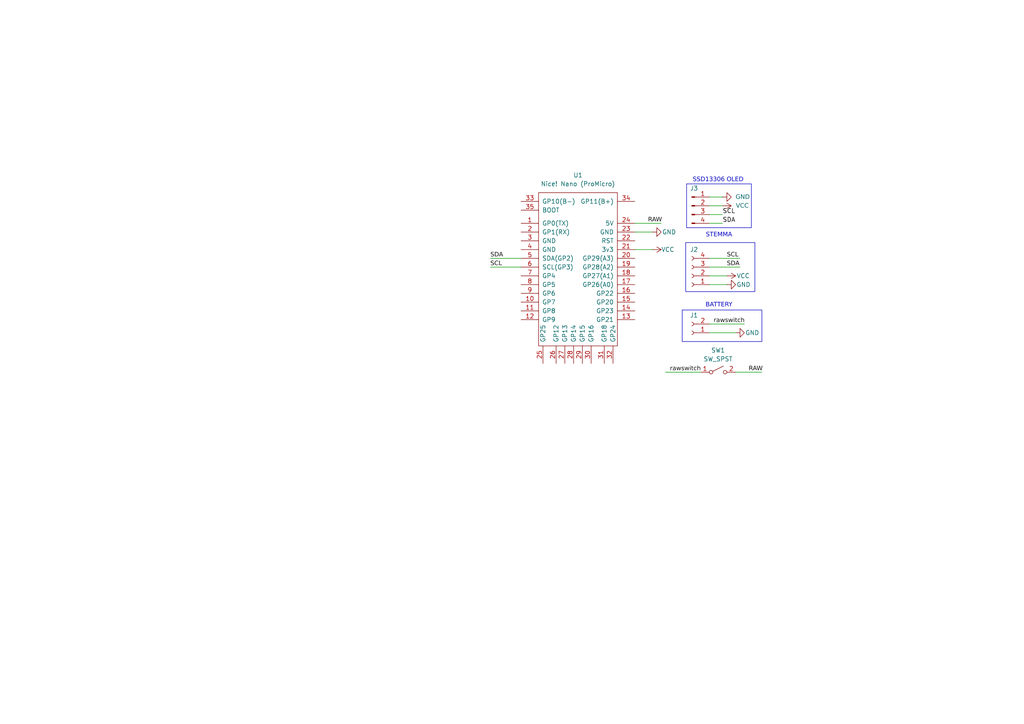
<source format=kicad_sch>
(kicad_sch (version 20250114) (generator "eeschema") (generator_version "9.0")
  (paper "A4")
  (lib_symbols
    (symbol "Connector:Conn_01x02_Socket" (pin_names (offset 1.016) (hide yes))
      (property "Reference" "J" (at 0 2.54 0))
      (property "Value" "Conn_01x02_Socket" (at 0 -5.08 0))
      (symbol "Conn_01x02_Socket_1_1"
        (polyline (pts (xy -1.27 0) (xy -0.508 0)) (stroke (width 0.1524)))
        (polyline (pts (xy -1.27 -2.54) (xy -0.508 -2.54)) (stroke (width 0.1524)))
        (arc (start 0 -0.508) (mid -0.5058 0) (end 0 0.508) (stroke (width 0.1524)))
        (arc (start 0 -3.048) (mid -0.5058 -2.54) (end 0 -2.032) (stroke (width 0.1524)))
        (pin passive line (at -5.08 0 0) (length 3.81) (name "Pin_1") (number "1"))
        (pin passive line (at -5.08 -2.54 0) (length 3.81) (name "Pin_2") (number "2"))
      )
    )
    (symbol "Connector:Conn_01x04_Pin" (pin_names (offset 1.016) (hide yes))
      (property "Reference" "J" (at 0 5.08 0))
      (property "Value" "Conn_01x04_Pin" (at 0 -7.62 0))
      (symbol "Conn_01x04_Pin_1_1"
        (rectangle (start 0.8636 2.667) (end 0 2.413) (stroke (width 0.1524)) (fill (type outline)))
        (rectangle (start 0.8636 0.127) (end 0 -0.127) (stroke (width 0.1524)) (fill (type outline)))
        (rectangle (start 0.8636 -2.413) (end 0 -2.667) (stroke (width 0.1524)) (fill (type outline)))
        (rectangle (start 0.8636 -4.953) (end 0 -5.207) (stroke (width 0.1524)) (fill (type outline)))
        (polyline (pts (xy 1.27 2.54) (xy 0.8636 2.54)) (stroke (width 0.1524)))
        (polyline (pts (xy 1.27 0) (xy 0.8636 0)) (stroke (width 0.1524)))
        (polyline (pts (xy 1.27 -2.54) (xy 0.8636 -2.54)) (stroke (width 0.1524)))
        (polyline (pts (xy 1.27 -5.08) (xy 0.8636 -5.08)) (stroke (width 0.1524)))
        (pin passive line (at 5.08 2.54 180) (length 3.81) (name "Pin_1") (number "1"))
        (pin passive line (at 5.08 0 180) (length 3.81) (name "Pin_2") (number "2"))
        (pin passive line (at 5.08 -2.54 180) (length 3.81) (name "Pin_3") (number "3"))
        (pin passive line (at 5.08 -5.08 180) (length 3.81) (name "Pin_4") (number "4"))
      )
    )
    (symbol "Connector:Conn_01x04_Socket" (pin_names (offset 1.016) (hide yes))
      (property "Reference" "J" (at 0 5.08 0))
      (property "Value" "Conn_01x04_Socket" (at 0 -7.62 0))
      (symbol "Conn_01x04_Socket_1_1"
        (polyline (pts (xy -1.27 2.54) (xy -0.508 2.54)) (stroke (width 0.1524)))
        (polyline (pts (xy -1.27 0) (xy -0.508 0)) (stroke (width 0.1524)))
        (polyline (pts (xy -1.27 -2.54) (xy -0.508 -2.54)) (stroke (width 0.1524)))
        (polyline (pts (xy -1.27 -5.08) (xy -0.508 -5.08)) (stroke (width 0.1524)))
        (arc (start 0 2.032) (mid -0.5058 2.54) (end 0 3.048) (stroke (width 0.1524)))
        (arc (start 0 -0.508) (mid -0.5058 0) (end 0 0.508) (stroke (width 0.1524)))
        (arc (start 0 -3.048) (mid -0.5058 -2.54) (end 0 -2.032) (stroke (width 0.1524)))
        (arc (start 0 -5.588) (mid -0.5058 -5.08) (end 0 -4.572) (stroke (width 0.1524)))
        (pin passive line (at -5.08 2.54 0) (length 3.81) (name "Pin_1") (number "1"))
        (pin passive line (at -5.08 0 0) (length 3.81) (name "Pin_2") (number "2"))
        (pin passive line (at -5.08 -2.54 0) (length 3.81) (name "Pin_3") (number "3"))
        (pin passive line (at -5.08 -5.08 0) (length 3.81) (name "Pin_4") (number "4"))
      )
    )
    (symbol "TheOneProMicro:ProMicro_2-Lily58-cache" (pin_names (offset 1.016))
      (property "Reference" "U1" (at 0 27.2034 0))
      (property "Value" "ProMicro" (at 0 24.892 0))
      (symbol "ProMicro_2-Lily58-cache_0_1"
        (rectangle (start -11.43 22.86) (end 11.43 -21.59))
      )
      (symbol "ProMicro_2-Lily58-cache_1_1"
        (pin input line (at -16.51 20.32 0) (length 5.08) (name "GP10(B-)") (number "33"))
        (pin input line (at -16.51 17.78 0) (length 5.08) (name "BOOT") (number "35"))
        (pin input line (at -16.51 13.97 0) (length 5.08) (name "GP0(TX)") (number "1"))
        (pin input line (at -16.51 11.43 0) (length 5.08) (name "GP1(RX)") (number "2"))
        (pin input line (at -16.51 8.89 0) (length 5.08) (name "GND") (number "3"))
        (pin input line (at -16.51 6.35 0) (length 5.08) (name "GND") (number "4"))
        (pin input line (at -16.51 3.81 0) (length 5.08) (name "SDA(GP2)") (number "5"))
        (pin input line (at -16.51 1.27 0) (length 5.08) (name "SCL(GP3)") (number "6"))
        (pin input line (at -16.51 -1.27 0) (length 5.08) (name "GP4") (number "7"))
        (pin input line (at -16.51 -3.81 0) (length 5.08) (name "GP5") (number "8"))
        (pin input line (at -16.51 -6.35 0) (length 5.08) (name "GP6") (number "9"))
        (pin input line (at -16.51 -8.89 0) (length 5.08) (name "GP7") (number "10"))
        (pin input line (at -16.51 -11.43 0) (length 5.08) (name "GP8") (number "11"))
        (pin input line (at -16.51 -13.97 0) (length 5.08) (name "GP9") (number "12"))
        (pin input line (at -10.16 -26.67 90) (length 5.08) (name "GP25") (number "25"))
        (pin input line (at -6.35 -26.67 90) (length 5.08) (name "GP12") (number "26"))
        (pin input line (at -3.81 -26.67 90) (length 5.08) (name "GP13") (number "27"))
        (pin input line (at -1.27 -26.67 90) (length 5.08) (name "GP14") (number "28"))
        (pin input line (at 1.27 -26.67 90) (length 5.08) (name "GP15") (number "29"))
        (pin input line (at 3.81 -26.67 90) (length 5.08) (name "GP16") (number "30"))
        (pin input line (at 7.62 -26.67 90) (length 5.08) (name "GP18") (number "31"))
        (pin input line (at 10.16 -26.67 90) (length 5.08) (name "GP24") (number "32"))
        (pin input line (at 16.51 20.32 180) (length 5.08) (name "GP11(B+)") (number "34"))
        (pin input line (at 16.51 13.97 180) (length 5.08) (name "5V") (number "24"))
        (pin input line (at 16.51 11.43 180) (length 5.08) (name "GND") (number "23"))
        (pin input line (at 16.51 8.89 180) (length 5.08) (name "RST") (number "22"))
        (pin input line (at 16.51 6.35 180) (length 5.08) (name "3v3") (number "21"))
        (pin input line (at 16.51 3.81 180) (length 5.08) (name "GP29(A3)") (number "20"))
        (pin input line (at 16.51 1.27 180) (length 5.08) (name "GP28(A2)") (number "19"))
        (pin input line (at 16.51 -1.27 180) (length 5.08) (name "GP27(A1)") (number "18"))
        (pin input line (at 16.51 -3.81 180) (length 5.08) (name "GP26(A0)") (number "17"))
        (pin input line (at 16.51 -6.35 180) (length 5.08) (name "GP22") (number "16"))
        (pin input line (at 16.51 -8.89 180) (length 5.08) (name "GP20") (number "15"))
        (pin input line (at 16.51 -11.43 180) (length 5.08) (name "GP23") (number "14"))
        (pin input line (at 16.51 -13.97 180) (length 5.08) (name "GP21") (number "13"))
      )
    )
    (symbol "power:GND" (power) (pin_numbers (hide yes)) (pin_names (offset 0) (hide yes))
      (property "Value" "GND" (at 0 -3.81 0))
      (symbol "GND_0_1"
        (polyline (pts (xy 0 0) (xy 0 -1.27) (xy 1.27 -1.27) (xy 0 -2.54) (xy -1.27 -1.27) (xy 0 -1.27)))
      )
      (symbol "GND_1_1"
        (pin power_in line (at 0 0 270) (length 0) (name "~") (number "1"))
      )
    )
    (symbol "power:VCC" (power) (pin_numbers (hide yes)) (pin_names (offset 0) (hide yes))
      (property "Value" "VCC" (at 0 3.556 0))
      (symbol "VCC_0_1"
        (polyline (pts (xy -0.762 1.27) (xy 0 2.54)))
        (polyline (pts (xy 0 2.54) (xy 0.762 1.27)))
        (polyline (pts (xy 0 0) (xy 0 2.54)))
      )
      (symbol "VCC_1_1"
        (pin power_in line (at 0 0 90) (length 0) (name "~") (number "1"))
      )
    )
    (symbol "power:VDD" (power) (pin_numbers (hide yes)) (pin_names (offset 0) (hide yes))
      (property "Value" "VDD" (at 0 3.556 0))
      (symbol "VDD_0_1"
        (polyline (pts (xy -0.762 1.27) (xy 0 2.54)))
        (polyline (pts (xy 0 2.54) (xy 0.762 1.27)))
        (polyline (pts (xy 0 0) (xy 0 2.54)))
      )
      (symbol "VDD_1_1"
        (pin power_in line (at 0 0 90) (length 0) (name "~") (number "1"))
      )
    )
    (symbol "sw_spst_rt_ang_tactile:SW_SPST" (pin_names (offset 0) (hide yes))
      (property "Reference" "SW" (at 0 3.175 0))
      (property "Value" "SW_SPST" (at 0 -2.54 0))
      (symbol "SW_SPST_0_0"
        (circle (center -2.032 0) (radius 0.508))
        (polyline (pts (xy -1.524 0.254) (xy 1.524 1.778)))
        (circle (center 2.032 0) (radius 0.508))
      )
      (symbol "SW_SPST_1_1"
        (pin passive line (at -5.08 0 0) (length 2.54) (name "A") (number "1"))
        (pin passive line (at 5.08 0 180) (length 2.54) (name "B") (number "2"))
      )
    )
  )
  (rectangle (start 198.882 70.358) (end 218.948 84.582))
  (rectangle (start 197.866 89.916) (end 220.98 99.06))
  (rectangle (start 199.136 53.34) (end 217.932 66.04))
  (text "STEMMA" (at 208.534 68.58 0) (effects (font (size 1.27 1.27))))
  (text "BATTERY" (at 208.534 88.9 0) (effects (font (size 1.27 1.27))))
  (text "SSD13306 OLED" (at 208.28 52.578 0) (effects (font (size 1.27 1.27))))
  (wire (pts (xy 184.15 64.77) (xy 191.77 64.77)))
  (wire (pts (xy 205.74 77.47) (xy 214.63 77.47)))
  (wire (pts (xy 193.04 107.95) (xy 203.2 107.95)))
  (wire (pts (xy 184.15 72.39) (xy 189.23 72.39)))
  (wire (pts (xy 205.74 96.52) (xy 213.36 96.52)))
  (wire (pts (xy 205.74 57.15) (xy 209.55 57.15)))
  (wire (pts (xy 142.24 77.47) (xy 151.13 77.47)))
  (wire (pts (xy 184.15 67.31) (xy 189.23 67.31)))
  (wire (pts (xy 205.74 80.01) (xy 210.82 80.01)))
  (wire (pts (xy 205.74 62.23) (xy 209.55 62.23)))
  (wire (pts (xy 142.24 74.93) (xy 151.13 74.93)))
  (wire (pts (xy 213.36 107.95) (xy 220.98 107.95)))
  (wire (pts (xy 205.74 93.98) (xy 215.9 93.98)))
  (wire (pts (xy 205.74 74.93) (xy 214.63 74.93)))
  (wire (pts (xy 205.74 64.77) (xy 209.55 64.77)))
  (wire (pts (xy 205.74 59.69) (xy 209.55 59.69)))
  (wire (pts (xy 205.74 82.55) (xy 210.82 82.55)))
  (label "SDA" (at 142.24 74.93 0))
  (label "RAW" (at 217.17 107.95 0))
  (label "SDA" (at 209.55 64.77 0))
  (label "SDA" (at 210.82 77.47 0))
  (label "rawswitch" (at 207.01 93.98 0))
  (label "SCL" (at 209.55 62.23 0))
  (label "SCL" (at 210.82 74.93 0))
  (label "RAW" (at 187.96 64.77 0))
  (label "SCL" (at 142.24 77.47 0))
  (label "rawswitch" (at 194.31 107.95 0))
  (symbol (lib_id "TheOneProMicro:ProMicro_2-Lily58-cache") (at 167.64 78.74 0) (unit 1)
    (property "Reference" "U1" (at 167.64 50.8 0))
    (property "Value" "Nice! Nano (ProMicro)" (at 167.64 53.34 0))
    (property "Footprint" "Library:SuperMini NRF52840" (effects (hide yes)))
  )
  (symbol (lib_id "power:GND") (at 213.36 96.52 90) (unit 1)
    (property "Reference" "#PWR09" (effects (hide yes)))
    (property "Value" "GND" (at 218.186 96.52 90))
    (property "Description" "Power symbol creates a global label with name \"GND\" , ground" (effects (hide yes)))
  )
  (symbol (lib_id "Connector:Conn_01x02_Socket") (at 200.66 96.52 180) (unit 1)
    (property "Reference" "J1" (at 201.295 91.44 0))
    (property "Value" "Conn_01x02_Socket" (effects (hide yes)))
    (property "Footprint" "Connector_JST:JST_PH_S2B-PH-SM4-TB_1x02-1MP_P2.00mm_Horizontal" (effects (hide yes)))
    (property "Description" "Generic connector, single row, 01x02, script generated" (effects (hide yes)))
  )
  (symbol (lib_id "power:GND") (at 210.82 82.55 90) (unit 1)
    (property "Reference" "#PWR08" (effects (hide yes)))
    (property "Value" "GND" (at 215.646 82.55 90))
    (property "Description" "Power symbol creates a global label with name \"GND\" , ground" (effects (hide yes)))
  )
  (symbol (lib_id "power:VCC") (at 189.23 72.39 270) (unit 1)
    (property "Reference" "#PWR02" (effects (hide yes)))
    (property "Value" "VCC" (at 191.77 72.39 90) (effects (justify left)))
    (property "Description" "Power symbol creates a global label with name \"VCC\"" (effects (hide yes)))
  )
  (symbol (lib_id "power:VDD") (at 209.55 59.69 270) (unit 1)
    (property "Reference" "#PWR012" (effects (hide yes)))
    (property "Value" "VCC" (at 213.36 59.6899 90) (effects (justify left)))
    (property "Description" "Power symbol creates a global label with name \"VDD\"" (effects (hide yes)))
  )
  (symbol (lib_id "Connector:Conn_01x04_Pin") (at 200.66 59.69 0) (unit 1)
    (property "Reference" "J3" (at 201.295 54.61 0))
    (property "Value" "Conn_01x04_Pin" (effects (hide yes)))
    (property "Footprint" "ssd1306-toupee:ssd1306-toupee" (effects (hide yes)))
    (property "Description" "Generic connector, single row, 01x04, script generated" (effects (hide yes)))
  )
  (symbol (lib_id "power:GND") (at 209.55 57.15 90) (unit 1)
    (property "Reference" "#PWR013" (effects (hide yes)))
    (property "Value" "GND" (at 213.36 57.1499 90) (effects (justify right)))
    (property "Description" "Power symbol creates a global label with name \"GND\" , ground" (effects (hide yes)))
  )
  (symbol (lib_id "sw_spst_rt_ang_tactile:SW_SPST") (at 208.28 107.95 0) (unit 1)
    (property "Reference" "SW1" (at 208.28 101.6 0))
    (property "Value" "SW_SPST" (at 208.28 104.14 0))
    (property "Footprint" "sw_spdt_slide_mskt-12c03:Untitled" (effects (hide yes)))
    (property "Description" "Single Pole Single Throw (SPST) switch" (effects (hide yes)))
  )
  (symbol (lib_id "power:GND") (at 189.23 67.31 90) (unit 1)
    (property "Reference" "#PWR01" (effects (hide yes)))
    (property "Value" "GND" (at 194.056 67.31 90))
    (property "Description" "Power symbol creates a global label with name \"GND\" , ground" (effects (hide yes)))
  )
  (symbol (lib_id "power:VCC") (at 210.82 80.01 270) (unit 1)
    (property "Reference" "#PWR07" (effects (hide yes)))
    (property "Value" "VCC" (at 213.614 80.01 90) (effects (justify left)))
    (property "Description" "Power symbol creates a global label with name \"VCC\"" (effects (hide yes)))
  )
  (symbol (lib_id "Connector:Conn_01x04_Socket") (at 200.66 80.01 180) (unit 1)
    (property "Reference" "J2" (at 201.295 72.39 0))
    (property "Value" "Conn_01x04_Socket" (effects (hide yes)))
    (property "Footprint" "footprints:JST_SH4" (effects (hide yes)))
    (property "Description" "Generic connector, single row, 01x04, script generated" (effects (hide yes)))
  )
)
</source>
